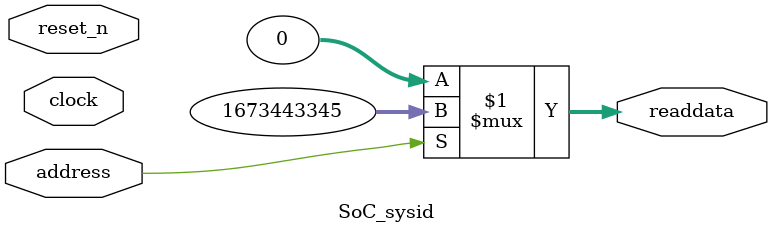
<source format=v>

`timescale 1ns / 1ps
// synthesis translate_on

// turn off superfluous verilog processor warnings 
// altera message_level Level1 
// altera message_off 10034 10035 10036 10037 10230 10240 10030 

module SoC_sysid (
               // inputs:
                address,
                clock,
                reset_n,

               // outputs:
                readdata
             )
;

  output  [ 31: 0] readdata;
  input            address;
  input            clock;
  input            reset_n;

  wire    [ 31: 0] readdata;
  //control_slave, which is an e_avalon_slave
  assign readdata = address ? 1673443345 : 0;

endmodule




</source>
